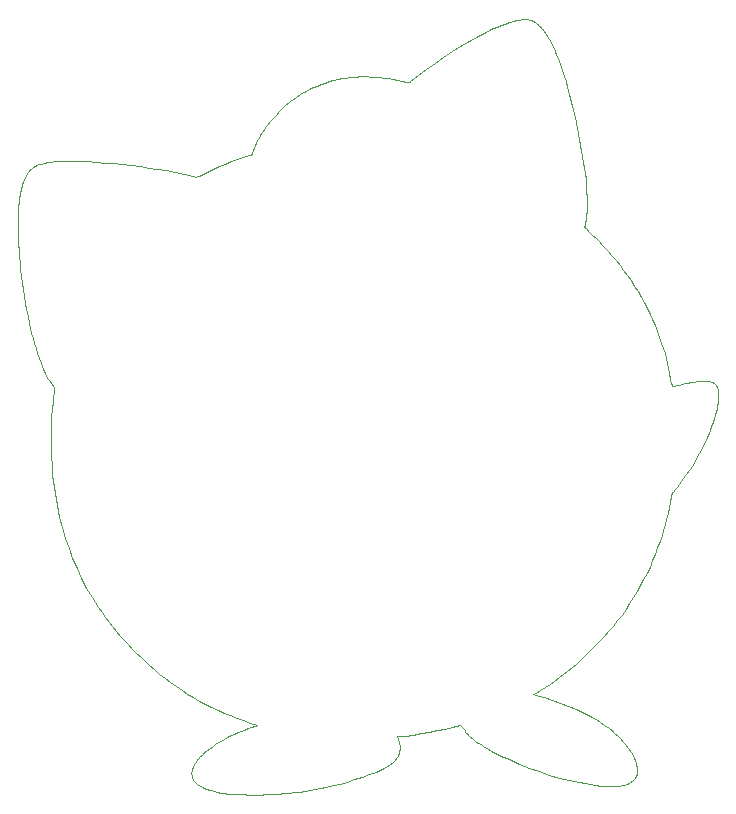
<source format=gm1>
G04 #@! TF.GenerationSoftware,KiCad,Pcbnew,8.99.0-3458-gcd40f6046b*
G04 #@! TF.CreationDate,2025-06-29T19:21:04+05:30*
G04 #@! TF.ProjectId,solder,736f6c64-6572-42e6-9b69-6361645f7063,rev?*
G04 #@! TF.SameCoordinates,Original*
G04 #@! TF.FileFunction,Profile,NP*
%FSLAX46Y46*%
G04 Gerber Fmt 4.6, Leading zero omitted, Abs format (unit mm)*
G04 Created by KiCad (PCBNEW 8.99.0-3458-gcd40f6046b) date 2025-06-29 19:21:04*
%MOMM*%
%LPD*%
G01*
G04 APERTURE LIST*
G04 #@! TA.AperFunction,Profile*
%ADD10C,0.000000*%
G04 #@! TD*
G04 APERTURE END LIST*
D10*
X217160127Y-54169789D02*
X217228931Y-54172505D01*
X217296857Y-54177908D01*
X217363910Y-54186040D01*
X217430093Y-54196944D01*
X217495411Y-54210661D01*
X217559867Y-54227234D01*
X217623467Y-54246704D01*
X217686213Y-54269114D01*
X217748110Y-54294505D01*
X217809162Y-54322920D01*
X217869372Y-54354401D01*
X217928746Y-54388989D01*
X217987287Y-54426727D01*
X218045000Y-54467657D01*
X218103783Y-54512457D01*
X218161058Y-54558621D01*
X218216879Y-54606100D01*
X218271300Y-54654848D01*
X218324375Y-54704817D01*
X218376159Y-54755958D01*
X218426706Y-54808226D01*
X218476070Y-54861572D01*
X218524306Y-54915950D01*
X218571467Y-54971310D01*
X218617608Y-55027607D01*
X218662783Y-55084792D01*
X218750453Y-55201638D01*
X218834911Y-55321468D01*
X218918016Y-55445321D01*
X218998298Y-55570625D01*
X219150909Y-55825307D01*
X219293775Y-56084958D01*
X219427926Y-56349026D01*
X219554393Y-56616958D01*
X219674209Y-56888200D01*
X219788403Y-57162198D01*
X219898006Y-57438399D01*
X220083848Y-57934147D01*
X220258034Y-58433532D01*
X220421672Y-58936193D01*
X220575869Y-59441774D01*
X220721732Y-59949916D01*
X220860367Y-60460261D01*
X221120384Y-61486127D01*
X221342690Y-62431746D01*
X221549369Y-63380924D01*
X221739727Y-64333748D01*
X221913070Y-65290306D01*
X222070092Y-66259119D01*
X222139987Y-66744654D01*
X222202459Y-67231057D01*
X222256250Y-67718416D01*
X222300099Y-68206816D01*
X222332749Y-68696345D01*
X222352941Y-69187090D01*
X222359958Y-69498556D01*
X222362375Y-69809838D01*
X222358280Y-70120750D01*
X222345764Y-70431110D01*
X222322917Y-70740731D01*
X222307023Y-70895208D01*
X222287830Y-71049431D01*
X222265099Y-71203377D01*
X222238592Y-71357023D01*
X222208070Y-71510346D01*
X222173294Y-71663324D01*
X222171016Y-71673570D01*
X222169207Y-71683482D01*
X222167856Y-71693072D01*
X222166949Y-71702353D01*
X222166473Y-71711338D01*
X222166416Y-71720039D01*
X222166764Y-71728468D01*
X222167505Y-71736640D01*
X222168626Y-71744566D01*
X222170114Y-71752260D01*
X222171956Y-71759733D01*
X222174139Y-71766999D01*
X222176651Y-71774070D01*
X222179477Y-71780959D01*
X222182607Y-71787679D01*
X222186026Y-71794243D01*
X222189721Y-71800663D01*
X222193681Y-71806951D01*
X222197891Y-71813122D01*
X222202340Y-71819186D01*
X222211900Y-71831050D01*
X222222257Y-71842643D01*
X222233309Y-71854068D01*
X222244952Y-71865427D01*
X222269601Y-71888352D01*
X222557165Y-72152892D01*
X222840563Y-72421492D01*
X223119706Y-72694215D01*
X223394509Y-72971127D01*
X223664883Y-73252292D01*
X223930744Y-73537777D01*
X224192002Y-73827646D01*
X224448572Y-74121964D01*
X224799575Y-74541009D01*
X225139272Y-74966458D01*
X225467620Y-75398334D01*
X225784577Y-75836661D01*
X226090102Y-76281460D01*
X226384151Y-76732756D01*
X226666684Y-77190572D01*
X226937658Y-77654929D01*
X227197032Y-78125852D01*
X227444762Y-78603364D01*
X227680807Y-79087488D01*
X227905126Y-79578246D01*
X228117675Y-80075661D01*
X228318414Y-80579758D01*
X228507299Y-81090558D01*
X228684290Y-81608086D01*
X228817690Y-82028233D01*
X228942886Y-82450378D01*
X229059922Y-82874519D01*
X229168840Y-83300657D01*
X229269685Y-83728792D01*
X229362499Y-84158924D01*
X229447325Y-84591053D01*
X229524208Y-85025179D01*
X229530821Y-85062683D01*
X229534415Y-85081436D01*
X229538215Y-85100188D01*
X229542232Y-85118941D01*
X229546478Y-85137693D01*
X229550962Y-85156446D01*
X229555696Y-85175198D01*
X229556985Y-85177325D01*
X229558415Y-85179541D01*
X229561644Y-85184242D01*
X229569241Y-85194761D01*
X229573413Y-85200601D01*
X229577705Y-85206843D01*
X229582018Y-85213497D01*
X229584152Y-85216982D01*
X229586254Y-85220574D01*
X230148592Y-85100188D01*
X230429067Y-85040603D01*
X230709543Y-84982579D01*
X230897595Y-84945822D01*
X231086037Y-84911637D01*
X231274913Y-84880598D01*
X231464266Y-84853282D01*
X231654140Y-84830263D01*
X231844579Y-84812117D01*
X232035626Y-84799418D01*
X232227324Y-84792743D01*
X232298594Y-84792564D01*
X232369993Y-84794609D01*
X232441479Y-84798586D01*
X232513008Y-84804201D01*
X232584538Y-84811163D01*
X232656024Y-84819177D01*
X232798696Y-84837190D01*
X232826823Y-84841453D01*
X232854257Y-84846593D01*
X232881006Y-84852597D01*
X232907077Y-84859452D01*
X232932478Y-84867145D01*
X232957217Y-84875664D01*
X232981301Y-84884995D01*
X233004737Y-84895126D01*
X233027532Y-84906044D01*
X233049695Y-84917736D01*
X233071233Y-84930188D01*
X233092152Y-84943389D01*
X233112462Y-84957325D01*
X233132168Y-84971983D01*
X233169802Y-85003416D01*
X233205113Y-85037583D01*
X233238162Y-85074381D01*
X233269008Y-85113708D01*
X233297711Y-85155461D01*
X233324331Y-85199535D01*
X233348927Y-85245829D01*
X233371558Y-85294239D01*
X233392286Y-85344662D01*
X233413562Y-85403163D01*
X233432319Y-85461971D01*
X233448665Y-85521070D01*
X233462706Y-85580441D01*
X233474550Y-85640068D01*
X233484304Y-85699931D01*
X233492074Y-85760015D01*
X233497968Y-85820301D01*
X233502094Y-85880771D01*
X233504557Y-85941408D01*
X233505467Y-86002194D01*
X233504928Y-86063111D01*
X233499939Y-86185271D01*
X233490445Y-86307745D01*
X233472012Y-86478164D01*
X233449159Y-86647405D01*
X233422108Y-86815525D01*
X233391084Y-86982584D01*
X233356310Y-87148638D01*
X233318011Y-87313747D01*
X233231732Y-87641362D01*
X233134037Y-87965895D01*
X233026716Y-88287812D01*
X232911560Y-88607581D01*
X232790360Y-88925668D01*
X232673417Y-89217111D01*
X232551176Y-89505643D01*
X232423764Y-89791330D01*
X232291309Y-90074234D01*
X232011778Y-90631951D01*
X231713604Y-91179305D01*
X231397806Y-91716805D01*
X231065405Y-92244961D01*
X230717419Y-92764283D01*
X230354870Y-93275282D01*
X230178196Y-93513883D01*
X229998572Y-93750574D01*
X229816519Y-93985528D01*
X229632557Y-94218919D01*
X229618208Y-94237576D01*
X229604665Y-94256400D01*
X229591912Y-94275406D01*
X229579931Y-94294609D01*
X229568704Y-94314023D01*
X229558214Y-94333663D01*
X229548442Y-94353545D01*
X229539372Y-94373684D01*
X229530986Y-94394094D01*
X229523265Y-94414790D01*
X229516193Y-94435787D01*
X229509752Y-94457100D01*
X229503924Y-94478744D01*
X229498692Y-94500734D01*
X229494037Y-94523084D01*
X229489943Y-94545810D01*
X229405604Y-95027297D01*
X229311638Y-95506364D01*
X229208057Y-95983021D01*
X229094872Y-96457279D01*
X228972093Y-96929150D01*
X228839732Y-97398644D01*
X228697799Y-97865772D01*
X228546305Y-98330546D01*
X228348661Y-98893920D01*
X228137739Y-99449536D01*
X227913563Y-99997404D01*
X227676160Y-100537534D01*
X227425555Y-101069937D01*
X227161775Y-101594625D01*
X226884845Y-102111608D01*
X226594791Y-102620897D01*
X226291638Y-103122502D01*
X225975413Y-103616435D01*
X225646141Y-104102707D01*
X225303848Y-104581327D01*
X224948559Y-105052308D01*
X224580301Y-105515660D01*
X224199099Y-105971393D01*
X223804979Y-106419519D01*
X223485015Y-106768181D01*
X223159569Y-107110247D01*
X222828630Y-107445700D01*
X222492184Y-107774519D01*
X222150220Y-108096686D01*
X221802725Y-108412181D01*
X221449688Y-108720987D01*
X221091096Y-109023083D01*
X220726937Y-109318451D01*
X220357199Y-109607071D01*
X219981869Y-109888926D01*
X219600935Y-110163995D01*
X219214386Y-110432260D01*
X218822209Y-110693702D01*
X218424391Y-110948301D01*
X218020922Y-111196039D01*
X218000854Y-111208387D01*
X217980710Y-111221202D01*
X217938850Y-111248709D01*
X217892650Y-111279515D01*
X217839417Y-111314573D01*
X217866731Y-111323383D01*
X217891939Y-111331748D01*
X217937344Y-111347101D01*
X217958191Y-111354066D01*
X217978235Y-111360544D01*
X217997801Y-111366522D01*
X218017215Y-111371990D01*
X218726525Y-111567488D01*
X219425710Y-111787392D01*
X220114629Y-112031886D01*
X220793141Y-112301156D01*
X221461105Y-112595385D01*
X222118379Y-112914758D01*
X222764824Y-113259460D01*
X223400297Y-113629676D01*
X223584630Y-113744616D01*
X223765669Y-113863393D01*
X223943351Y-113986044D01*
X224117616Y-114112607D01*
X224288404Y-114243121D01*
X224455652Y-114377622D01*
X224619301Y-114516149D01*
X224779288Y-114658741D01*
X224935553Y-114805434D01*
X225088035Y-114956268D01*
X225236672Y-115111279D01*
X225381404Y-115270507D01*
X225522169Y-115433989D01*
X225658907Y-115601762D01*
X225791556Y-115773866D01*
X225920056Y-115950338D01*
X226038383Y-116123484D01*
X226094886Y-116211342D01*
X226149395Y-116300135D01*
X226201745Y-116389921D01*
X226251769Y-116480759D01*
X226299303Y-116572706D01*
X226344182Y-116665821D01*
X226386238Y-116760163D01*
X226425308Y-116855789D01*
X226461225Y-116952758D01*
X226493825Y-117051128D01*
X226522941Y-117150958D01*
X226548408Y-117252305D01*
X226570061Y-117355229D01*
X226587735Y-117459787D01*
X226596878Y-117530563D01*
X226603590Y-117601818D01*
X226608046Y-117673419D01*
X226610418Y-117745239D01*
X226610880Y-117817145D01*
X226609606Y-117889008D01*
X226606770Y-117960698D01*
X226602544Y-118032084D01*
X226599229Y-118066259D01*
X226593866Y-118099692D01*
X226586555Y-118132401D01*
X226577397Y-118164404D01*
X226566491Y-118195717D01*
X226553939Y-118226359D01*
X226539840Y-118256348D01*
X226524295Y-118285700D01*
X226507405Y-118314434D01*
X226489269Y-118342567D01*
X226469988Y-118370116D01*
X226449662Y-118397100D01*
X226428392Y-118423536D01*
X226406279Y-118449441D01*
X226383422Y-118474834D01*
X226359922Y-118499731D01*
X226304664Y-118554332D01*
X226247937Y-118605985D01*
X226189749Y-118654716D01*
X226130105Y-118700552D01*
X226069012Y-118743517D01*
X226006478Y-118783638D01*
X225942508Y-118820939D01*
X225877110Y-118855448D01*
X225810291Y-118887190D01*
X225742056Y-118916190D01*
X225672414Y-118942474D01*
X225601370Y-118966069D01*
X225528931Y-118986999D01*
X225455105Y-119005290D01*
X225379897Y-119020969D01*
X225303315Y-119034061D01*
X225081371Y-119063234D01*
X224859362Y-119083748D01*
X224637310Y-119096144D01*
X224415238Y-119100966D01*
X224193165Y-119098755D01*
X223971115Y-119090055D01*
X223749109Y-119075407D01*
X223527168Y-119055354D01*
X223076821Y-119004552D01*
X222628990Y-118943983D01*
X222183627Y-118873886D01*
X221740687Y-118794499D01*
X221300123Y-118706062D01*
X220861891Y-118608814D01*
X219992232Y-118388835D01*
X219131342Y-118136475D01*
X218278851Y-117853642D01*
X217434392Y-117542246D01*
X216597594Y-117204198D01*
X215911976Y-116910022D01*
X215570969Y-116758099D01*
X215231915Y-116601694D01*
X214895378Y-116439862D01*
X214561924Y-116271661D01*
X214232116Y-116096145D01*
X213906518Y-115912371D01*
X213679755Y-115777531D01*
X213456302Y-115637742D01*
X213236952Y-115492137D01*
X213129062Y-115416881D01*
X213022495Y-115339846D01*
X212917350Y-115260923D01*
X212813725Y-115180003D01*
X212711720Y-115096978D01*
X212611433Y-115011739D01*
X212512964Y-114924177D01*
X212416412Y-114834185D01*
X212321876Y-114741653D01*
X212229454Y-114646473D01*
X212154006Y-114563889D01*
X212080608Y-114478744D01*
X212008448Y-114391168D01*
X211936711Y-114301292D01*
X211791250Y-114115158D01*
X211715899Y-114019160D01*
X211637716Y-113921383D01*
X210986789Y-114092522D01*
X210330274Y-114249042D01*
X209668572Y-114391087D01*
X209002084Y-114518796D01*
X208331212Y-114632310D01*
X207656358Y-114731771D01*
X206977922Y-114817319D01*
X206296306Y-114889096D01*
X206321002Y-114958221D01*
X206346110Y-115025543D01*
X206395393Y-115156259D01*
X206418483Y-115220390D01*
X206439815Y-115284195D01*
X206458846Y-115348045D01*
X206467329Y-115380101D01*
X206475034Y-115412307D01*
X206499945Y-115540517D01*
X206509094Y-115603505D01*
X206516056Y-115665753D01*
X206520843Y-115727263D01*
X206523467Y-115788038D01*
X206523941Y-115848080D01*
X206522276Y-115907392D01*
X206518486Y-115965978D01*
X206512583Y-116023839D01*
X206504579Y-116080978D01*
X206494486Y-116137398D01*
X206482317Y-116193102D01*
X206468085Y-116248093D01*
X206451801Y-116302373D01*
X206433478Y-116355944D01*
X206413128Y-116408811D01*
X206390765Y-116460974D01*
X206366399Y-116512438D01*
X206340044Y-116563204D01*
X206311712Y-116613276D01*
X206281415Y-116662657D01*
X206214976Y-116759352D01*
X206140827Y-116853313D01*
X206059067Y-116944561D01*
X205969794Y-117033118D01*
X205873108Y-117119005D01*
X205826588Y-117157360D01*
X205779413Y-117194655D01*
X205731600Y-117230913D01*
X205683167Y-117266159D01*
X205584513Y-117333713D01*
X205483591Y-117397512D01*
X205380541Y-117457751D01*
X205275506Y-117514626D01*
X205168626Y-117568332D01*
X205060043Y-117619065D01*
X204476615Y-117871939D01*
X203887674Y-118107829D01*
X203293350Y-118327114D01*
X202693774Y-118530176D01*
X202089076Y-118717393D01*
X201479386Y-118889146D01*
X200864834Y-119045815D01*
X200245551Y-119187779D01*
X199804615Y-119279581D01*
X199362497Y-119363972D01*
X198919229Y-119440919D01*
X198474842Y-119510388D01*
X198029371Y-119572348D01*
X197582847Y-119626766D01*
X197135304Y-119673608D01*
X196686772Y-119712843D01*
X196180692Y-119749060D01*
X195673916Y-119777551D01*
X195166792Y-119798924D01*
X194659669Y-119813785D01*
X194205171Y-119820282D01*
X193750412Y-119819226D01*
X193295826Y-119811050D01*
X192841847Y-119796188D01*
X192547656Y-119781465D01*
X192254159Y-119760361D01*
X191961530Y-119732052D01*
X191669943Y-119695712D01*
X191379571Y-119650518D01*
X191090588Y-119595643D01*
X190803168Y-119530263D01*
X190517484Y-119453553D01*
X190375339Y-119409874D01*
X190235114Y-119361975D01*
X190096908Y-119309540D01*
X189960818Y-119252254D01*
X189893597Y-119221694D01*
X189826941Y-119189803D01*
X189760864Y-119156542D01*
X189695377Y-119121871D01*
X189630491Y-119085752D01*
X189566221Y-119048145D01*
X189502577Y-119009010D01*
X189439572Y-118968308D01*
X189385024Y-118930395D01*
X189333522Y-118891186D01*
X189285030Y-118850738D01*
X189239514Y-118809112D01*
X189196938Y-118766367D01*
X189157265Y-118722562D01*
X189120461Y-118677757D01*
X189086489Y-118632011D01*
X189055315Y-118585382D01*
X189026902Y-118537932D01*
X189001215Y-118489718D01*
X188978218Y-118440801D01*
X188957876Y-118391239D01*
X188940153Y-118341092D01*
X188925014Y-118290420D01*
X188912422Y-118239281D01*
X188902343Y-118187736D01*
X188894740Y-118135842D01*
X188889579Y-118083661D01*
X188886822Y-118031251D01*
X188886436Y-117978671D01*
X188888384Y-117925981D01*
X188899139Y-117820507D01*
X188918805Y-117715306D01*
X188947095Y-117610850D01*
X188983724Y-117507616D01*
X189028409Y-117406077D01*
X189067305Y-117328925D01*
X189108562Y-117253678D01*
X189152065Y-117180242D01*
X189197701Y-117108527D01*
X189245355Y-117038440D01*
X189294914Y-116969888D01*
X189346263Y-116902780D01*
X189399289Y-116837022D01*
X189453877Y-116772524D01*
X189509915Y-116709192D01*
X189567287Y-116646934D01*
X189625880Y-116585659D01*
X189746272Y-116465687D01*
X189870181Y-116348536D01*
X189987167Y-116242519D01*
X190106109Y-116139365D01*
X190226944Y-116038986D01*
X190349611Y-115941295D01*
X190474046Y-115846203D01*
X190600188Y-115753621D01*
X190857342Y-115575639D01*
X191120573Y-115406642D01*
X191389382Y-115245925D01*
X191663270Y-115092784D01*
X191941737Y-114946512D01*
X192223169Y-114807462D01*
X192507562Y-114675542D01*
X192794756Y-114550415D01*
X193084587Y-114431746D01*
X193376892Y-114319198D01*
X193671509Y-114212434D01*
X193968274Y-114111118D01*
X194267026Y-114014913D01*
X194290936Y-114007427D01*
X194314717Y-113999313D01*
X194326545Y-113994905D01*
X194338324Y-113990201D01*
X194350049Y-113985155D01*
X194361714Y-113979722D01*
X194373314Y-113973854D01*
X194384843Y-113967506D01*
X194396297Y-113960632D01*
X194407669Y-113953186D01*
X194418954Y-113945121D01*
X194430147Y-113936391D01*
X194441242Y-113926951D01*
X194452234Y-113916753D01*
X193840123Y-113721357D01*
X193278965Y-113533940D01*
X192724806Y-113333884D01*
X192177659Y-113121179D01*
X191637532Y-112895818D01*
X191104438Y-112657793D01*
X190578386Y-112407096D01*
X190059389Y-112143717D01*
X189547456Y-111867651D01*
X189042598Y-111578887D01*
X188544827Y-111277419D01*
X188054154Y-110963237D01*
X187570588Y-110636335D01*
X187094142Y-110296703D01*
X186624825Y-109944333D01*
X186162649Y-109579219D01*
X185707624Y-109201350D01*
X185323484Y-108868172D01*
X184946555Y-108528753D01*
X184576908Y-108183041D01*
X184214613Y-107830980D01*
X183859741Y-107472516D01*
X183512363Y-107107596D01*
X183172548Y-106736164D01*
X182840368Y-106358167D01*
X182515892Y-105973550D01*
X182199192Y-105582259D01*
X181890338Y-105184241D01*
X181589401Y-104779439D01*
X181296451Y-104367801D01*
X181011558Y-103949273D01*
X180734794Y-103523799D01*
X180466228Y-103091325D01*
X180001889Y-102289684D01*
X179572005Y-101473935D01*
X179176305Y-100644209D01*
X178814517Y-99800636D01*
X178486371Y-98943345D01*
X178191595Y-98072468D01*
X177929918Y-97188135D01*
X177701068Y-96290475D01*
X177588382Y-95790058D01*
X177485257Y-95288208D01*
X177391964Y-94784883D01*
X177308774Y-94280039D01*
X177235958Y-93773632D01*
X177173789Y-93265618D01*
X177122536Y-92755955D01*
X177082472Y-92244599D01*
X177054546Y-91786049D01*
X177031308Y-91327239D01*
X177011890Y-90868255D01*
X176995424Y-90409184D01*
X176985556Y-89997374D01*
X176983328Y-89585672D01*
X176988132Y-89174101D01*
X176999360Y-88762682D01*
X177016405Y-88351437D01*
X177038659Y-87940387D01*
X177096363Y-87118959D01*
X177113218Y-86923532D01*
X177132232Y-86728256D01*
X177174961Y-86338074D01*
X177266755Y-85558579D01*
X177270034Y-85524780D01*
X177271148Y-85508286D01*
X177271804Y-85492034D01*
X177271924Y-85476005D01*
X177271426Y-85460178D01*
X177270232Y-85444533D01*
X177268259Y-85429049D01*
X177265430Y-85413706D01*
X177261663Y-85398484D01*
X177256879Y-85383362D01*
X177250998Y-85368321D01*
X177243938Y-85353339D01*
X177235622Y-85338396D01*
X177225968Y-85323472D01*
X177214896Y-85308547D01*
X177126871Y-85193519D01*
X177042231Y-85076644D01*
X176960822Y-84958009D01*
X176882491Y-84837698D01*
X176807084Y-84715798D01*
X176734449Y-84592393D01*
X176596879Y-84341412D01*
X176468556Y-84085439D01*
X176348252Y-83825158D01*
X176234741Y-83561252D01*
X176126797Y-83294405D01*
X175968612Y-82874788D01*
X175822549Y-82451678D01*
X175687534Y-82025398D01*
X175562491Y-81596276D01*
X175446347Y-81164636D01*
X175338027Y-80730804D01*
X175236457Y-80295106D01*
X175140563Y-79857867D01*
X175024703Y-79294923D01*
X174917069Y-78730613D01*
X174817118Y-78165044D01*
X174724308Y-77598324D01*
X174638096Y-77030563D01*
X174557939Y-76461869D01*
X174413621Y-75322115D01*
X174353816Y-74788880D01*
X174300673Y-74255243D01*
X174255040Y-73721150D01*
X174217763Y-73186547D01*
X174189689Y-72651380D01*
X174171664Y-72115594D01*
X174164534Y-71579136D01*
X174169146Y-71041951D01*
X174179101Y-70694368D01*
X174196001Y-70347665D01*
X174221236Y-70002025D01*
X174256194Y-69657633D01*
X174302265Y-69314674D01*
X174360837Y-68973332D01*
X174395245Y-68803325D01*
X174433300Y-68633791D01*
X174475174Y-68464754D01*
X174521042Y-68296236D01*
X174570352Y-68133060D01*
X174624860Y-67972195D01*
X174654223Y-67892700D01*
X174685076Y-67813869D01*
X174717484Y-67735729D01*
X174751511Y-67658310D01*
X174787219Y-67581639D01*
X174824673Y-67505746D01*
X174863937Y-67430659D01*
X174905074Y-67356406D01*
X174948148Y-67283015D01*
X174993223Y-67210516D01*
X175040363Y-67138937D01*
X175089631Y-67068306D01*
X175124966Y-67020924D01*
X175161526Y-66975311D01*
X175199316Y-66931456D01*
X175238347Y-66889348D01*
X175278626Y-66848976D01*
X175320161Y-66810330D01*
X175362960Y-66773399D01*
X175407031Y-66738171D01*
X175452384Y-66704637D01*
X175499024Y-66672784D01*
X175546962Y-66642602D01*
X175596204Y-66614081D01*
X175646760Y-66587210D01*
X175698637Y-66561977D01*
X175751843Y-66538372D01*
X175806387Y-66516384D01*
X175939985Y-66468138D01*
X176074722Y-66425241D01*
X176210523Y-66387315D01*
X176347311Y-66353980D01*
X176485011Y-66324855D01*
X176623546Y-66299561D01*
X176762841Y-66277717D01*
X176902820Y-66258945D01*
X177301336Y-66215969D01*
X177700200Y-66185658D01*
X178099324Y-66166958D01*
X178498621Y-66158817D01*
X178898006Y-66160183D01*
X179297390Y-66170002D01*
X179696688Y-66187223D01*
X180095812Y-66210792D01*
X180821553Y-66261492D01*
X181547035Y-66318443D01*
X182271995Y-66382688D01*
X182996174Y-66455266D01*
X183752991Y-66539451D01*
X184508472Y-66631980D01*
X185262326Y-66734516D01*
X186014259Y-66848717D01*
X186763979Y-66976245D01*
X187511191Y-67118760D01*
X188255604Y-67277921D01*
X188996924Y-67455391D01*
X189045085Y-67466704D01*
X189092071Y-67475966D01*
X189138010Y-67483145D01*
X189183029Y-67488207D01*
X189227256Y-67491121D01*
X189270818Y-67491854D01*
X189313844Y-67490372D01*
X189356459Y-67486645D01*
X189398792Y-67480638D01*
X189440971Y-67472320D01*
X189483123Y-67461658D01*
X189525375Y-67448619D01*
X189567854Y-67433171D01*
X189610690Y-67415281D01*
X189654008Y-67394918D01*
X189697937Y-67372047D01*
X190190327Y-67113236D01*
X190688773Y-66868598D01*
X191193078Y-66637808D01*
X191703049Y-66420539D01*
X192218489Y-66216467D01*
X192739203Y-66025265D01*
X193264996Y-65846607D01*
X193795672Y-65680170D01*
X193814465Y-65674367D01*
X193832636Y-65668343D01*
X193850169Y-65661985D01*
X193867049Y-65655181D01*
X193883262Y-65647818D01*
X193898793Y-65639783D01*
X193913627Y-65630965D01*
X193927748Y-65621250D01*
X193934537Y-65616021D01*
X193941143Y-65610526D01*
X193947563Y-65604750D01*
X193953795Y-65598680D01*
X193959838Y-65592301D01*
X193965691Y-65585599D01*
X193971350Y-65578561D01*
X193976814Y-65571172D01*
X193982082Y-65563418D01*
X193987151Y-65555284D01*
X193992020Y-65546758D01*
X193996686Y-65537825D01*
X194001149Y-65528471D01*
X194005405Y-65518681D01*
X194009453Y-65508442D01*
X194013292Y-65497740D01*
X194093109Y-65275086D01*
X194178981Y-65056092D01*
X194270778Y-64840681D01*
X194368371Y-64628779D01*
X194471628Y-64420313D01*
X194580420Y-64215206D01*
X194694616Y-64013385D01*
X194814086Y-63814774D01*
X194938700Y-63619300D01*
X195068328Y-63426888D01*
X195202839Y-63237462D01*
X195342103Y-63050949D01*
X195485991Y-62867274D01*
X195634371Y-62686362D01*
X195787113Y-62508138D01*
X195944088Y-62332529D01*
X196100170Y-62164658D01*
X196259034Y-62000364D01*
X196420728Y-61839708D01*
X196585299Y-61682751D01*
X196752795Y-61529555D01*
X196923263Y-61380180D01*
X197096750Y-61234687D01*
X197273305Y-61093138D01*
X197452974Y-60955593D01*
X197635805Y-60822113D01*
X197821845Y-60692760D01*
X198011142Y-60567595D01*
X198203744Y-60446678D01*
X198399698Y-60330071D01*
X198599051Y-60217834D01*
X198801852Y-60110029D01*
X199141076Y-59943312D01*
X199485010Y-59791008D01*
X199833589Y-59652941D01*
X200186748Y-59528938D01*
X200544421Y-59418826D01*
X200906543Y-59322430D01*
X201273049Y-59239579D01*
X201643874Y-59170096D01*
X201940388Y-59124192D01*
X202237467Y-59086406D01*
X202535066Y-59056606D01*
X202833143Y-59034663D01*
X203131654Y-59020447D01*
X203430555Y-59013827D01*
X203729804Y-59014673D01*
X204029357Y-59022856D01*
X204415155Y-59042905D01*
X204799477Y-59072819D01*
X205182237Y-59113085D01*
X205563347Y-59164193D01*
X205942720Y-59226630D01*
X206320270Y-59300885D01*
X206695909Y-59387447D01*
X207069552Y-59486803D01*
X207095874Y-59493621D01*
X207121083Y-59498805D01*
X207145280Y-59502373D01*
X207168566Y-59504340D01*
X207191044Y-59504722D01*
X207212815Y-59503537D01*
X207233982Y-59500799D01*
X207254645Y-59496526D01*
X207274906Y-59490734D01*
X207294868Y-59483439D01*
X207314631Y-59474657D01*
X207334298Y-59464404D01*
X207353971Y-59452698D01*
X207373750Y-59439553D01*
X207393739Y-59424987D01*
X207414038Y-59409016D01*
X208092191Y-58870168D01*
X208780934Y-58347251D01*
X209480704Y-57840916D01*
X210191933Y-57351814D01*
X210915056Y-56880596D01*
X211650506Y-56427914D01*
X212398720Y-55994418D01*
X213160130Y-55580759D01*
X213474778Y-55417445D01*
X213791153Y-55258048D01*
X214109676Y-55103535D01*
X214430772Y-54954871D01*
X214754863Y-54813023D01*
X215082373Y-54678955D01*
X215413724Y-54553633D01*
X215749340Y-54438025D01*
X215904547Y-54388774D01*
X216060503Y-54342845D01*
X216217350Y-54300865D01*
X216375227Y-54263465D01*
X216534277Y-54231275D01*
X216694640Y-54204922D01*
X216775358Y-54194132D01*
X216856458Y-54185038D01*
X216937956Y-54177718D01*
X217019871Y-54172250D01*
X217090442Y-54169718D01*
X217160127Y-54169789D01*
M02*

</source>
